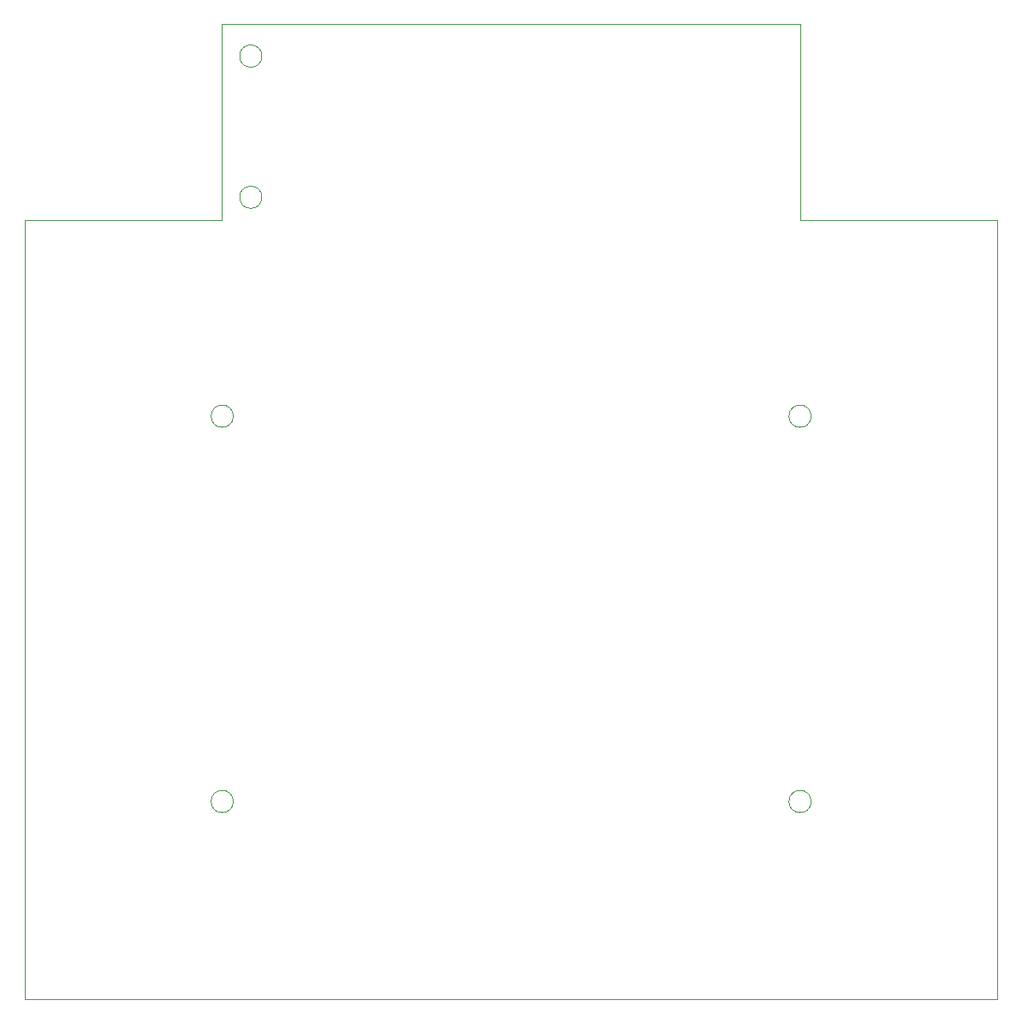
<source format=gbr>
%TF.GenerationSoftware,KiCad,Pcbnew,7.0.8*%
%TF.CreationDate,2023-11-23T22:11:04+09:00*%
%TF.ProjectId,jisaku20rp_tb,6a697361-6b75-4323-9072-705f74622e6b,rev?*%
%TF.SameCoordinates,Original*%
%TF.FileFunction,Profile,NP*%
%FSLAX46Y46*%
G04 Gerber Fmt 4.6, Leading zero omitted, Abs format (unit mm)*
G04 Created by KiCad (PCBNEW 7.0.8) date 2023-11-23 22:11:04*
%MOMM*%
%LPD*%
G01*
G04 APERTURE LIST*
%TA.AperFunction,Profile*%
%ADD10C,0.100000*%
%TD*%
G04 APERTURE END LIST*
D10*
X13450000Y12120000D02*
G75*
G03*
X13450000Y12120000I-1100000J0D01*
G01*
X10620000Y-9530000D02*
G75*
G03*
X10620000Y-9530000I-1100000J0D01*
G01*
X86200000Y9890000D02*
X86200000Y-67150000D01*
X66680000Y9890000D02*
X66680000Y29220000D01*
X10620000Y-47630000D02*
G75*
G03*
X10620000Y-47630000I-1100000J0D01*
G01*
X9510000Y29220000D02*
X66680000Y29220000D01*
X13450000Y26080000D02*
G75*
G03*
X13450000Y26080000I-1100000J0D01*
G01*
X9510000Y29220000D02*
X9510000Y9890000D01*
X9510000Y9890000D02*
X-9990000Y9890000D01*
X86200000Y-67150000D02*
X-10000000Y-67170000D01*
X67780000Y-47630000D02*
G75*
G03*
X67780000Y-47630000I-1100000J0D01*
G01*
X86200000Y9890000D02*
X66680000Y9890000D01*
X67780000Y-9530000D02*
G75*
G03*
X67780000Y-9530000I-1100000J0D01*
G01*
X-10000000Y-67170000D02*
X-9990000Y9890000D01*
M02*

</source>
